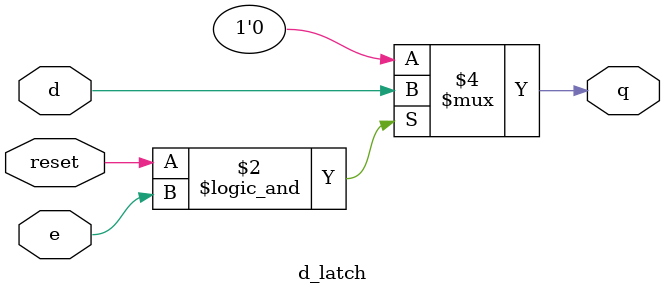
<source format=v>
module d_latch(
	input d,
	input reset,
	input e,
	output q);

reg q;

always @(*)
begin
	if(reset && e)
		q <=d;
	else 
		q <= 0;
end

endmodule

</source>
